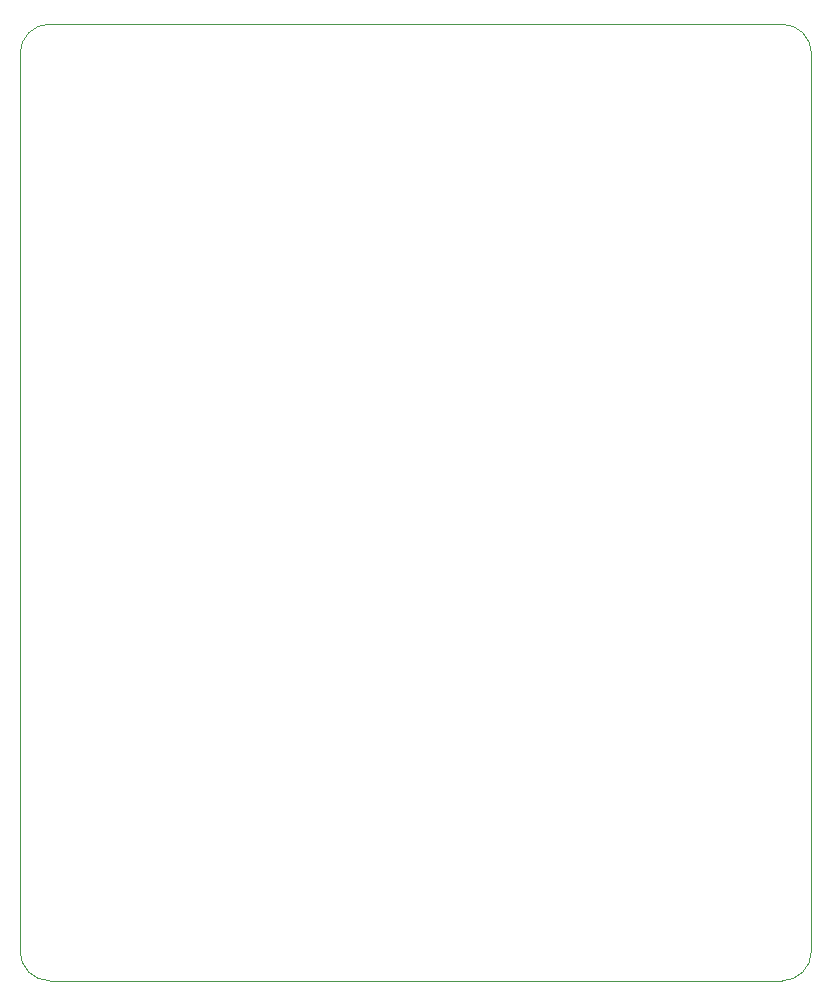
<source format=gbr>
%TF.GenerationSoftware,KiCad,Pcbnew,5.1.9*%
%TF.CreationDate,2021-05-07T09:39:52+08:00*%
%TF.ProjectId,control_board,636f6e74-726f-46c5-9f62-6f6172642e6b,rev?*%
%TF.SameCoordinates,Original*%
%TF.FileFunction,Profile,NP*%
%FSLAX46Y46*%
G04 Gerber Fmt 4.6, Leading zero omitted, Abs format (unit mm)*
G04 Created by KiCad (PCBNEW 5.1.9) date 2021-05-07 09:39:52*
%MOMM*%
%LPD*%
G01*
G04 APERTURE LIST*
%TA.AperFunction,Profile*%
%ADD10C,0.050000*%
%TD*%
G04 APERTURE END LIST*
D10*
X86500000Y-120000000D02*
X86500000Y-44000000D01*
X151000000Y-122500000D02*
X89000000Y-122500000D01*
X153500000Y-44000000D02*
X153500000Y-120000000D01*
X89000000Y-41500000D02*
X151000000Y-41500000D01*
X89000000Y-122500000D02*
G75*
G02*
X86500000Y-120000000I0J2500000D01*
G01*
X153500000Y-120000000D02*
G75*
G02*
X151000000Y-122500000I-2500000J0D01*
G01*
X151000000Y-41500000D02*
G75*
G02*
X153500000Y-44000000I0J-2500000D01*
G01*
X86500000Y-44000000D02*
G75*
G02*
X89000000Y-41500000I2500000J0D01*
G01*
M02*

</source>
